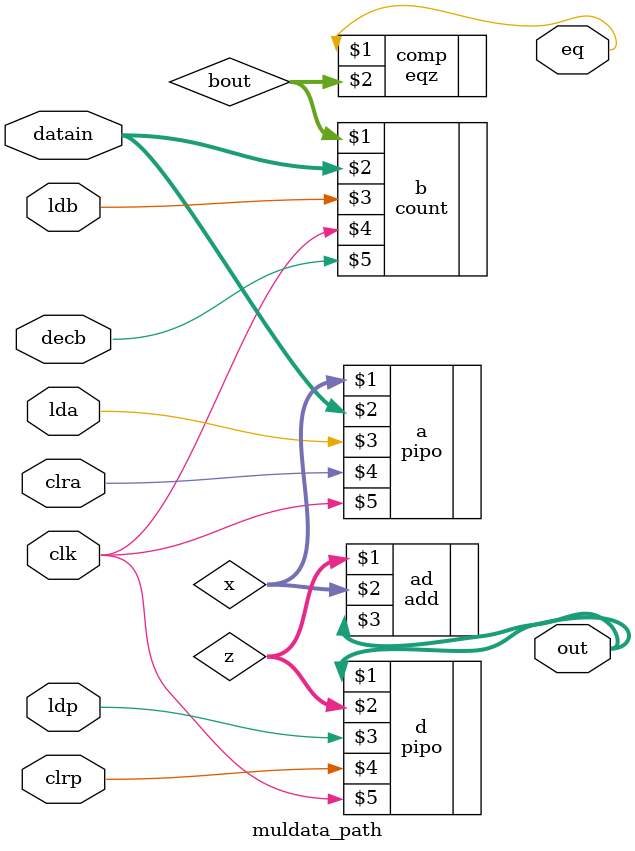
<source format=v>
`timescale 1ns / 1ps


module muldata_path(eq,lda,ldb,ldp,clra,clrp,decb,datain,clk,out  );

input lda,ldb,ldp,clrp,clra,decb,clk;
output eq;
input [31:0] datain;
output [31:0] out;
wire [31:0] x,z,bout,bus;

pipo a(x,datain,lda,clra,clk);
pipo d(out,z,ldp,clrp,clk);
add ad(z,x,out);
count b(bout,datain,ldb,clk,decb);
eqz comp(eq,bout);

endmodule

</source>
